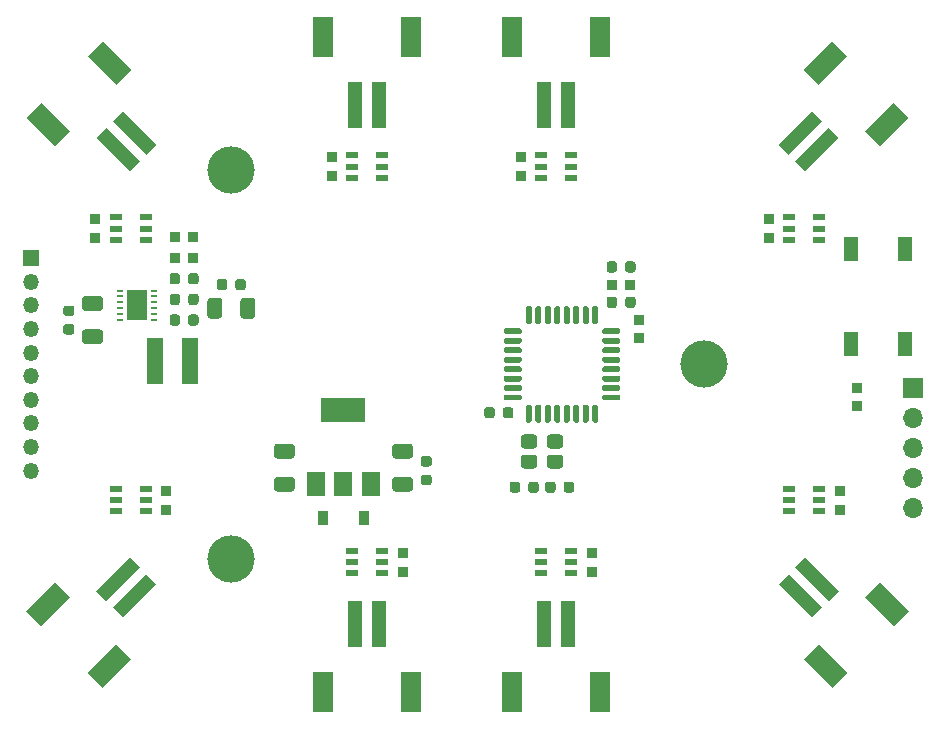
<source format=gbr>
G04 #@! TF.GenerationSoftware,KiCad,Pcbnew,5.1.7-a382d34a8~88~ubuntu20.04.1*
G04 #@! TF.CreationDate,2021-02-09T11:34:01+01:00*
G04 #@! TF.ProjectId,UVDAR_Module,55564441-525f-44d6-9f64-756c652e6b69,rev?*
G04 #@! TF.SameCoordinates,Original*
G04 #@! TF.FileFunction,Soldermask,Top*
G04 #@! TF.FilePolarity,Negative*
%FSLAX46Y46*%
G04 Gerber Fmt 4.6, Leading zero omitted, Abs format (unit mm)*
G04 Created by KiCad (PCBNEW 5.1.7-a382d34a8~88~ubuntu20.04.1) date 2021-02-09 11:34:01*
%MOMM*%
%LPD*%
G01*
G04 APERTURE LIST*
%ADD10C,0.500000*%
%ADD11R,1.700000X2.500000*%
%ADD12R,0.600000X0.250000*%
%ADD13R,0.875000X0.950000*%
%ADD14R,1.400000X4.000000*%
%ADD15R,0.950000X0.875000*%
%ADD16O,1.700000X1.700000*%
%ADD17R,1.700000X1.700000*%
%ADD18R,1.000000X0.550000*%
%ADD19R,1.350000X1.350000*%
%ADD20O,1.350000X1.350000*%
%ADD21C,4.000000*%
%ADD22R,1.200000X2.100000*%
%ADD23R,1.200000X4.000000*%
%ADD24R,1.800000X3.400000*%
%ADD25C,0.100000*%
%ADD26R,0.900000X1.200000*%
%ADD27R,1.500000X2.000000*%
%ADD28R,3.800000X2.000000*%
G04 APERTURE END LIST*
G36*
G01*
X95125000Y-107975000D02*
X93875000Y-107975000D01*
G75*
G02*
X93625000Y-107725000I0J250000D01*
G01*
X93625000Y-106975000D01*
G75*
G02*
X93875000Y-106725000I250000J0D01*
G01*
X95125000Y-106725000D01*
G75*
G02*
X95375000Y-106975000I0J-250000D01*
G01*
X95375000Y-107725000D01*
G75*
G02*
X95125000Y-107975000I-250000J0D01*
G01*
G37*
G36*
G01*
X95125000Y-110775000D02*
X93875000Y-110775000D01*
G75*
G02*
X93625000Y-110525000I0J250000D01*
G01*
X93625000Y-109775000D01*
G75*
G02*
X93875000Y-109525000I250000J0D01*
G01*
X95125000Y-109525000D01*
G75*
G02*
X95375000Y-109775000I0J-250000D01*
G01*
X95375000Y-110525000D01*
G75*
G02*
X95125000Y-110775000I-250000J0D01*
G01*
G37*
G36*
G01*
X85125000Y-107975000D02*
X83875000Y-107975000D01*
G75*
G02*
X83625000Y-107725000I0J250000D01*
G01*
X83625000Y-106975000D01*
G75*
G02*
X83875000Y-106725000I250000J0D01*
G01*
X85125000Y-106725000D01*
G75*
G02*
X85375000Y-106975000I0J-250000D01*
G01*
X85375000Y-107725000D01*
G75*
G02*
X85125000Y-107975000I-250000J0D01*
G01*
G37*
G36*
G01*
X85125000Y-110775000D02*
X83875000Y-110775000D01*
G75*
G02*
X83625000Y-110525000I0J250000D01*
G01*
X83625000Y-109775000D01*
G75*
G02*
X83875000Y-109525000I250000J0D01*
G01*
X85125000Y-109525000D01*
G75*
G02*
X85375000Y-109775000I0J-250000D01*
G01*
X85375000Y-110525000D01*
G75*
G02*
X85125000Y-110775000I-250000J0D01*
G01*
G37*
D10*
X72000000Y-94000000D03*
X72000000Y-96000000D03*
X71500000Y-95000000D03*
X72500000Y-95000000D03*
D11*
X72000000Y-95000000D03*
D12*
X70565000Y-95250000D03*
X70565000Y-93750000D03*
X70565000Y-95750000D03*
X70565000Y-94750000D03*
X70565000Y-96250000D03*
X70565000Y-94250000D03*
X73435000Y-93750000D03*
X73435000Y-94250000D03*
X73435000Y-94750000D03*
X73435000Y-95250000D03*
X73435000Y-95750000D03*
X73435000Y-96250000D03*
D13*
X75212500Y-89250000D03*
X76787500Y-89250000D03*
X76787500Y-91000000D03*
X75212500Y-91000000D03*
D14*
X76500000Y-99750000D03*
X73500000Y-99750000D03*
G36*
G01*
X81225000Y-92993750D02*
X81225000Y-93506250D01*
G75*
G02*
X81006250Y-93725000I-218750J0D01*
G01*
X80568750Y-93725000D01*
G75*
G02*
X80350000Y-93506250I0J218750D01*
G01*
X80350000Y-92993750D01*
G75*
G02*
X80568750Y-92775000I218750J0D01*
G01*
X81006250Y-92775000D01*
G75*
G02*
X81225000Y-92993750I0J-218750D01*
G01*
G37*
G36*
G01*
X79650000Y-92993750D02*
X79650000Y-93506250D01*
G75*
G02*
X79431250Y-93725000I-218750J0D01*
G01*
X78993750Y-93725000D01*
G75*
G02*
X78775000Y-93506250I0J218750D01*
G01*
X78775000Y-92993750D01*
G75*
G02*
X78993750Y-92775000I218750J0D01*
G01*
X79431250Y-92775000D01*
G75*
G02*
X79650000Y-92993750I0J-218750D01*
G01*
G37*
G36*
G01*
X79225000Y-94625000D02*
X79225000Y-95875000D01*
G75*
G02*
X78975000Y-96125000I-250000J0D01*
G01*
X78225000Y-96125000D01*
G75*
G02*
X77975000Y-95875000I0J250000D01*
G01*
X77975000Y-94625000D01*
G75*
G02*
X78225000Y-94375000I250000J0D01*
G01*
X78975000Y-94375000D01*
G75*
G02*
X79225000Y-94625000I0J-250000D01*
G01*
G37*
G36*
G01*
X82025000Y-94625000D02*
X82025000Y-95875000D01*
G75*
G02*
X81775000Y-96125000I-250000J0D01*
G01*
X81025000Y-96125000D01*
G75*
G02*
X80775000Y-95875000I0J250000D01*
G01*
X80775000Y-94625000D01*
G75*
G02*
X81025000Y-94375000I250000J0D01*
G01*
X81775000Y-94375000D01*
G75*
G02*
X82025000Y-94625000I0J-250000D01*
G01*
G37*
G36*
G01*
X77225000Y-92493750D02*
X77225000Y-93006250D01*
G75*
G02*
X77006250Y-93225000I-218750J0D01*
G01*
X76568750Y-93225000D01*
G75*
G02*
X76350000Y-93006250I0J218750D01*
G01*
X76350000Y-92493750D01*
G75*
G02*
X76568750Y-92275000I218750J0D01*
G01*
X77006250Y-92275000D01*
G75*
G02*
X77225000Y-92493750I0J-218750D01*
G01*
G37*
G36*
G01*
X75650000Y-92493750D02*
X75650000Y-93006250D01*
G75*
G02*
X75431250Y-93225000I-218750J0D01*
G01*
X74993750Y-93225000D01*
G75*
G02*
X74775000Y-93006250I0J218750D01*
G01*
X74775000Y-92493750D01*
G75*
G02*
X74993750Y-92275000I218750J0D01*
G01*
X75431250Y-92275000D01*
G75*
G02*
X75650000Y-92493750I0J-218750D01*
G01*
G37*
G36*
G01*
X77225000Y-95993750D02*
X77225000Y-96506250D01*
G75*
G02*
X77006250Y-96725000I-218750J0D01*
G01*
X76568750Y-96725000D01*
G75*
G02*
X76350000Y-96506250I0J218750D01*
G01*
X76350000Y-95993750D01*
G75*
G02*
X76568750Y-95775000I218750J0D01*
G01*
X77006250Y-95775000D01*
G75*
G02*
X77225000Y-95993750I0J-218750D01*
G01*
G37*
G36*
G01*
X75650000Y-95993750D02*
X75650000Y-96506250D01*
G75*
G02*
X75431250Y-96725000I-218750J0D01*
G01*
X74993750Y-96725000D01*
G75*
G02*
X74775000Y-96506250I0J218750D01*
G01*
X74775000Y-95993750D01*
G75*
G02*
X74993750Y-95775000I218750J0D01*
G01*
X75431250Y-95775000D01*
G75*
G02*
X75650000Y-95993750I0J-218750D01*
G01*
G37*
G36*
G01*
X74775000Y-94756250D02*
X74775000Y-94243750D01*
G75*
G02*
X74993750Y-94025000I218750J0D01*
G01*
X75431250Y-94025000D01*
G75*
G02*
X75650000Y-94243750I0J-218750D01*
G01*
X75650000Y-94756250D01*
G75*
G02*
X75431250Y-94975000I-218750J0D01*
G01*
X74993750Y-94975000D01*
G75*
G02*
X74775000Y-94756250I0J218750D01*
G01*
G37*
G36*
G01*
X76350000Y-94756250D02*
X76350000Y-94243750D01*
G75*
G02*
X76568750Y-94025000I218750J0D01*
G01*
X77006250Y-94025000D01*
G75*
G02*
X77225000Y-94243750I0J-218750D01*
G01*
X77225000Y-94756250D01*
G75*
G02*
X77006250Y-94975000I-218750J0D01*
G01*
X76568750Y-94975000D01*
G75*
G02*
X76350000Y-94756250I0J218750D01*
G01*
G37*
G36*
G01*
X65993750Y-95025000D02*
X66506250Y-95025000D01*
G75*
G02*
X66725000Y-95243750I0J-218750D01*
G01*
X66725000Y-95681250D01*
G75*
G02*
X66506250Y-95900000I-218750J0D01*
G01*
X65993750Y-95900000D01*
G75*
G02*
X65775000Y-95681250I0J218750D01*
G01*
X65775000Y-95243750D01*
G75*
G02*
X65993750Y-95025000I218750J0D01*
G01*
G37*
G36*
G01*
X65993750Y-96600000D02*
X66506250Y-96600000D01*
G75*
G02*
X66725000Y-96818750I0J-218750D01*
G01*
X66725000Y-97256250D01*
G75*
G02*
X66506250Y-97475000I-218750J0D01*
G01*
X65993750Y-97475000D01*
G75*
G02*
X65775000Y-97256250I0J218750D01*
G01*
X65775000Y-96818750D01*
G75*
G02*
X65993750Y-96600000I218750J0D01*
G01*
G37*
G36*
G01*
X67625000Y-97025000D02*
X68875000Y-97025000D01*
G75*
G02*
X69125000Y-97275000I0J-250000D01*
G01*
X69125000Y-98025000D01*
G75*
G02*
X68875000Y-98275000I-250000J0D01*
G01*
X67625000Y-98275000D01*
G75*
G02*
X67375000Y-98025000I0J250000D01*
G01*
X67375000Y-97275000D01*
G75*
G02*
X67625000Y-97025000I250000J0D01*
G01*
G37*
G36*
G01*
X67625000Y-94225000D02*
X68875000Y-94225000D01*
G75*
G02*
X69125000Y-94475000I0J-250000D01*
G01*
X69125000Y-95225000D01*
G75*
G02*
X68875000Y-95475000I-250000J0D01*
G01*
X67625000Y-95475000D01*
G75*
G02*
X67375000Y-95225000I0J250000D01*
G01*
X67375000Y-94475000D01*
G75*
G02*
X67625000Y-94225000I250000J0D01*
G01*
G37*
D15*
X114500000Y-97787500D03*
X114500000Y-96212500D03*
X133000000Y-103537500D03*
X133000000Y-101962500D03*
D16*
X137750000Y-112160000D03*
X137750000Y-109620000D03*
X137750000Y-107080000D03*
X137750000Y-104540000D03*
D17*
X137750000Y-102000000D03*
G36*
G01*
X111775000Y-95006250D02*
X111775000Y-94493750D01*
G75*
G02*
X111993750Y-94275000I218750J0D01*
G01*
X112431250Y-94275000D01*
G75*
G02*
X112650000Y-94493750I0J-218750D01*
G01*
X112650000Y-95006250D01*
G75*
G02*
X112431250Y-95225000I-218750J0D01*
G01*
X111993750Y-95225000D01*
G75*
G02*
X111775000Y-95006250I0J218750D01*
G01*
G37*
G36*
G01*
X113350000Y-95006250D02*
X113350000Y-94493750D01*
G75*
G02*
X113568750Y-94275000I218750J0D01*
G01*
X114006250Y-94275000D01*
G75*
G02*
X114225000Y-94493750I0J-218750D01*
G01*
X114225000Y-95006250D01*
G75*
G02*
X114006250Y-95225000I-218750J0D01*
G01*
X113568750Y-95225000D01*
G75*
G02*
X113350000Y-95006250I0J218750D01*
G01*
G37*
D18*
X72800000Y-89450000D03*
X72800000Y-88500000D03*
X72800000Y-87550000D03*
X70200000Y-87550000D03*
X70200000Y-88500000D03*
X70200000Y-89450000D03*
D15*
X68500000Y-87712500D03*
X68500000Y-89287500D03*
D18*
X127200000Y-110550000D03*
X127200000Y-111500000D03*
X127200000Y-112450000D03*
X129800000Y-112450000D03*
X129800000Y-111500000D03*
X129800000Y-110550000D03*
D15*
X131500000Y-112287500D03*
X131500000Y-110712500D03*
D18*
X129800000Y-89450000D03*
X129800000Y-88500000D03*
X129800000Y-87550000D03*
X127200000Y-87550000D03*
X127200000Y-88500000D03*
X127200000Y-89450000D03*
D15*
X125500000Y-87712500D03*
X125500000Y-89287500D03*
D18*
X90200000Y-84200000D03*
X90200000Y-83250000D03*
X90200000Y-82300000D03*
X92800000Y-82300000D03*
X92800000Y-83250000D03*
X92800000Y-84200000D03*
D15*
X88500000Y-84037500D03*
X88500000Y-82462500D03*
D18*
X106200000Y-84200000D03*
X106200000Y-83250000D03*
X106200000Y-82300000D03*
X108800000Y-82300000D03*
X108800000Y-83250000D03*
X108800000Y-84200000D03*
D15*
X104500000Y-84037500D03*
X104500000Y-82462500D03*
D18*
X108800000Y-115800000D03*
X108800000Y-116750000D03*
X108800000Y-117700000D03*
X106200000Y-117700000D03*
X106200000Y-116750000D03*
X106200000Y-115800000D03*
D15*
X110500000Y-115962500D03*
X110500000Y-117537500D03*
D18*
X90200000Y-115800000D03*
X90200000Y-116750000D03*
X90200000Y-117700000D03*
X92800000Y-117700000D03*
X92800000Y-116750000D03*
X92800000Y-115800000D03*
D15*
X94500000Y-117537500D03*
X94500000Y-115962500D03*
D19*
X63000000Y-91000000D03*
D20*
X63000000Y-93000000D03*
X63000000Y-95000000D03*
X63000000Y-97000000D03*
X63000000Y-99000000D03*
X63000000Y-101000000D03*
X63000000Y-103000000D03*
X63000000Y-105000000D03*
X63000000Y-107000000D03*
X63000000Y-109000000D03*
D21*
X120000000Y-100000000D03*
X80000000Y-116500000D03*
X80000000Y-83500000D03*
D13*
X113787500Y-93250000D03*
X112212500Y-93250000D03*
D22*
X132500000Y-98250000D03*
X137000000Y-98250000D03*
X132500000Y-90250000D03*
X137000000Y-90250000D03*
G36*
G01*
X113350000Y-92006250D02*
X113350000Y-91493750D01*
G75*
G02*
X113568750Y-91275000I218750J0D01*
G01*
X114006250Y-91275000D01*
G75*
G02*
X114225000Y-91493750I0J-218750D01*
G01*
X114225000Y-92006250D01*
G75*
G02*
X114006250Y-92225000I-218750J0D01*
G01*
X113568750Y-92225000D01*
G75*
G02*
X113350000Y-92006250I0J218750D01*
G01*
G37*
G36*
G01*
X111775000Y-92006250D02*
X111775000Y-91493750D01*
G75*
G02*
X111993750Y-91275000I218750J0D01*
G01*
X112431250Y-91275000D01*
G75*
G02*
X112650000Y-91493750I0J-218750D01*
G01*
X112650000Y-92006250D01*
G75*
G02*
X112431250Y-92225000I-218750J0D01*
G01*
X111993750Y-92225000D01*
G75*
G02*
X111775000Y-92006250I0J218750D01*
G01*
G37*
G36*
G01*
X96756250Y-110225000D02*
X96243750Y-110225000D01*
G75*
G02*
X96025000Y-110006250I0J218750D01*
G01*
X96025000Y-109568750D01*
G75*
G02*
X96243750Y-109350000I218750J0D01*
G01*
X96756250Y-109350000D01*
G75*
G02*
X96975000Y-109568750I0J-218750D01*
G01*
X96975000Y-110006250D01*
G75*
G02*
X96756250Y-110225000I-218750J0D01*
G01*
G37*
G36*
G01*
X96756250Y-108650000D02*
X96243750Y-108650000D01*
G75*
G02*
X96025000Y-108431250I0J218750D01*
G01*
X96025000Y-107993750D01*
G75*
G02*
X96243750Y-107775000I218750J0D01*
G01*
X96756250Y-107775000D01*
G75*
G02*
X96975000Y-107993750I0J-218750D01*
G01*
X96975000Y-108431250D01*
G75*
G02*
X96756250Y-108650000I-218750J0D01*
G01*
G37*
G36*
G01*
X109025000Y-110143750D02*
X109025000Y-110656250D01*
G75*
G02*
X108806250Y-110875000I-218750J0D01*
G01*
X108368750Y-110875000D01*
G75*
G02*
X108150000Y-110656250I0J218750D01*
G01*
X108150000Y-110143750D01*
G75*
G02*
X108368750Y-109925000I218750J0D01*
G01*
X108806250Y-109925000D01*
G75*
G02*
X109025000Y-110143750I0J-218750D01*
G01*
G37*
G36*
G01*
X107450000Y-110143750D02*
X107450000Y-110656250D01*
G75*
G02*
X107231250Y-110875000I-218750J0D01*
G01*
X106793750Y-110875000D01*
G75*
G02*
X106575000Y-110656250I0J218750D01*
G01*
X106575000Y-110143750D01*
G75*
G02*
X106793750Y-109925000I218750J0D01*
G01*
X107231250Y-109925000D01*
G75*
G02*
X107450000Y-110143750I0J-218750D01*
G01*
G37*
G36*
G01*
X106025000Y-110143750D02*
X106025000Y-110656250D01*
G75*
G02*
X105806250Y-110875000I-218750J0D01*
G01*
X105368750Y-110875000D01*
G75*
G02*
X105150000Y-110656250I0J218750D01*
G01*
X105150000Y-110143750D01*
G75*
G02*
X105368750Y-109925000I218750J0D01*
G01*
X105806250Y-109925000D01*
G75*
G02*
X106025000Y-110143750I0J-218750D01*
G01*
G37*
G36*
G01*
X104450000Y-110143750D02*
X104450000Y-110656250D01*
G75*
G02*
X104231250Y-110875000I-218750J0D01*
G01*
X103793750Y-110875000D01*
G75*
G02*
X103575000Y-110656250I0J218750D01*
G01*
X103575000Y-110143750D01*
G75*
G02*
X103793750Y-109925000I218750J0D01*
G01*
X104231250Y-109925000D01*
G75*
G02*
X104450000Y-110143750I0J-218750D01*
G01*
G37*
G36*
G01*
X103875000Y-103843750D02*
X103875000Y-104356250D01*
G75*
G02*
X103656250Y-104575000I-218750J0D01*
G01*
X103218750Y-104575000D01*
G75*
G02*
X103000000Y-104356250I0J218750D01*
G01*
X103000000Y-103843750D01*
G75*
G02*
X103218750Y-103625000I218750J0D01*
G01*
X103656250Y-103625000D01*
G75*
G02*
X103875000Y-103843750I0J-218750D01*
G01*
G37*
G36*
G01*
X102300000Y-103843750D02*
X102300000Y-104356250D01*
G75*
G02*
X102081250Y-104575000I-218750J0D01*
G01*
X101643750Y-104575000D01*
G75*
G02*
X101425000Y-104356250I0J218750D01*
G01*
X101425000Y-103843750D01*
G75*
G02*
X101643750Y-103625000I218750J0D01*
G01*
X102081250Y-103625000D01*
G75*
G02*
X102300000Y-103843750I0J-218750D01*
G01*
G37*
D15*
X74500000Y-110712500D03*
X74500000Y-112287500D03*
G36*
G01*
X104450000Y-103050000D02*
X103200000Y-103050000D01*
G75*
G02*
X103075000Y-102925000I0J125000D01*
G01*
X103075000Y-102675000D01*
G75*
G02*
X103200000Y-102550000I125000J0D01*
G01*
X104450000Y-102550000D01*
G75*
G02*
X104575000Y-102675000I0J-125000D01*
G01*
X104575000Y-102925000D01*
G75*
G02*
X104450000Y-103050000I-125000J0D01*
G01*
G37*
G36*
G01*
X104450000Y-102250000D02*
X103200000Y-102250000D01*
G75*
G02*
X103075000Y-102125000I0J125000D01*
G01*
X103075000Y-101875000D01*
G75*
G02*
X103200000Y-101750000I125000J0D01*
G01*
X104450000Y-101750000D01*
G75*
G02*
X104575000Y-101875000I0J-125000D01*
G01*
X104575000Y-102125000D01*
G75*
G02*
X104450000Y-102250000I-125000J0D01*
G01*
G37*
G36*
G01*
X104450000Y-101450000D02*
X103200000Y-101450000D01*
G75*
G02*
X103075000Y-101325000I0J125000D01*
G01*
X103075000Y-101075000D01*
G75*
G02*
X103200000Y-100950000I125000J0D01*
G01*
X104450000Y-100950000D01*
G75*
G02*
X104575000Y-101075000I0J-125000D01*
G01*
X104575000Y-101325000D01*
G75*
G02*
X104450000Y-101450000I-125000J0D01*
G01*
G37*
G36*
G01*
X104450000Y-100650000D02*
X103200000Y-100650000D01*
G75*
G02*
X103075000Y-100525000I0J125000D01*
G01*
X103075000Y-100275000D01*
G75*
G02*
X103200000Y-100150000I125000J0D01*
G01*
X104450000Y-100150000D01*
G75*
G02*
X104575000Y-100275000I0J-125000D01*
G01*
X104575000Y-100525000D01*
G75*
G02*
X104450000Y-100650000I-125000J0D01*
G01*
G37*
G36*
G01*
X104450000Y-99850000D02*
X103200000Y-99850000D01*
G75*
G02*
X103075000Y-99725000I0J125000D01*
G01*
X103075000Y-99475000D01*
G75*
G02*
X103200000Y-99350000I125000J0D01*
G01*
X104450000Y-99350000D01*
G75*
G02*
X104575000Y-99475000I0J-125000D01*
G01*
X104575000Y-99725000D01*
G75*
G02*
X104450000Y-99850000I-125000J0D01*
G01*
G37*
G36*
G01*
X104450000Y-99050000D02*
X103200000Y-99050000D01*
G75*
G02*
X103075000Y-98925000I0J125000D01*
G01*
X103075000Y-98675000D01*
G75*
G02*
X103200000Y-98550000I125000J0D01*
G01*
X104450000Y-98550000D01*
G75*
G02*
X104575000Y-98675000I0J-125000D01*
G01*
X104575000Y-98925000D01*
G75*
G02*
X104450000Y-99050000I-125000J0D01*
G01*
G37*
G36*
G01*
X104450000Y-98250000D02*
X103200000Y-98250000D01*
G75*
G02*
X103075000Y-98125000I0J125000D01*
G01*
X103075000Y-97875000D01*
G75*
G02*
X103200000Y-97750000I125000J0D01*
G01*
X104450000Y-97750000D01*
G75*
G02*
X104575000Y-97875000I0J-125000D01*
G01*
X104575000Y-98125000D01*
G75*
G02*
X104450000Y-98250000I-125000J0D01*
G01*
G37*
G36*
G01*
X104450000Y-97450000D02*
X103200000Y-97450000D01*
G75*
G02*
X103075000Y-97325000I0J125000D01*
G01*
X103075000Y-97075000D01*
G75*
G02*
X103200000Y-96950000I125000J0D01*
G01*
X104450000Y-96950000D01*
G75*
G02*
X104575000Y-97075000I0J-125000D01*
G01*
X104575000Y-97325000D01*
G75*
G02*
X104450000Y-97450000I-125000J0D01*
G01*
G37*
G36*
G01*
X105325000Y-96575000D02*
X105075000Y-96575000D01*
G75*
G02*
X104950000Y-96450000I0J125000D01*
G01*
X104950000Y-95200000D01*
G75*
G02*
X105075000Y-95075000I125000J0D01*
G01*
X105325000Y-95075000D01*
G75*
G02*
X105450000Y-95200000I0J-125000D01*
G01*
X105450000Y-96450000D01*
G75*
G02*
X105325000Y-96575000I-125000J0D01*
G01*
G37*
G36*
G01*
X106125000Y-96575000D02*
X105875000Y-96575000D01*
G75*
G02*
X105750000Y-96450000I0J125000D01*
G01*
X105750000Y-95200000D01*
G75*
G02*
X105875000Y-95075000I125000J0D01*
G01*
X106125000Y-95075000D01*
G75*
G02*
X106250000Y-95200000I0J-125000D01*
G01*
X106250000Y-96450000D01*
G75*
G02*
X106125000Y-96575000I-125000J0D01*
G01*
G37*
G36*
G01*
X106925000Y-96575000D02*
X106675000Y-96575000D01*
G75*
G02*
X106550000Y-96450000I0J125000D01*
G01*
X106550000Y-95200000D01*
G75*
G02*
X106675000Y-95075000I125000J0D01*
G01*
X106925000Y-95075000D01*
G75*
G02*
X107050000Y-95200000I0J-125000D01*
G01*
X107050000Y-96450000D01*
G75*
G02*
X106925000Y-96575000I-125000J0D01*
G01*
G37*
G36*
G01*
X107725000Y-96575000D02*
X107475000Y-96575000D01*
G75*
G02*
X107350000Y-96450000I0J125000D01*
G01*
X107350000Y-95200000D01*
G75*
G02*
X107475000Y-95075000I125000J0D01*
G01*
X107725000Y-95075000D01*
G75*
G02*
X107850000Y-95200000I0J-125000D01*
G01*
X107850000Y-96450000D01*
G75*
G02*
X107725000Y-96575000I-125000J0D01*
G01*
G37*
G36*
G01*
X108525000Y-96575000D02*
X108275000Y-96575000D01*
G75*
G02*
X108150000Y-96450000I0J125000D01*
G01*
X108150000Y-95200000D01*
G75*
G02*
X108275000Y-95075000I125000J0D01*
G01*
X108525000Y-95075000D01*
G75*
G02*
X108650000Y-95200000I0J-125000D01*
G01*
X108650000Y-96450000D01*
G75*
G02*
X108525000Y-96575000I-125000J0D01*
G01*
G37*
G36*
G01*
X109325000Y-96575000D02*
X109075000Y-96575000D01*
G75*
G02*
X108950000Y-96450000I0J125000D01*
G01*
X108950000Y-95200000D01*
G75*
G02*
X109075000Y-95075000I125000J0D01*
G01*
X109325000Y-95075000D01*
G75*
G02*
X109450000Y-95200000I0J-125000D01*
G01*
X109450000Y-96450000D01*
G75*
G02*
X109325000Y-96575000I-125000J0D01*
G01*
G37*
G36*
G01*
X110125000Y-96575000D02*
X109875000Y-96575000D01*
G75*
G02*
X109750000Y-96450000I0J125000D01*
G01*
X109750000Y-95200000D01*
G75*
G02*
X109875000Y-95075000I125000J0D01*
G01*
X110125000Y-95075000D01*
G75*
G02*
X110250000Y-95200000I0J-125000D01*
G01*
X110250000Y-96450000D01*
G75*
G02*
X110125000Y-96575000I-125000J0D01*
G01*
G37*
G36*
G01*
X110925000Y-96575000D02*
X110675000Y-96575000D01*
G75*
G02*
X110550000Y-96450000I0J125000D01*
G01*
X110550000Y-95200000D01*
G75*
G02*
X110675000Y-95075000I125000J0D01*
G01*
X110925000Y-95075000D01*
G75*
G02*
X111050000Y-95200000I0J-125000D01*
G01*
X111050000Y-96450000D01*
G75*
G02*
X110925000Y-96575000I-125000J0D01*
G01*
G37*
G36*
G01*
X112800000Y-97450000D02*
X111550000Y-97450000D01*
G75*
G02*
X111425000Y-97325000I0J125000D01*
G01*
X111425000Y-97075000D01*
G75*
G02*
X111550000Y-96950000I125000J0D01*
G01*
X112800000Y-96950000D01*
G75*
G02*
X112925000Y-97075000I0J-125000D01*
G01*
X112925000Y-97325000D01*
G75*
G02*
X112800000Y-97450000I-125000J0D01*
G01*
G37*
G36*
G01*
X112800000Y-98250000D02*
X111550000Y-98250000D01*
G75*
G02*
X111425000Y-98125000I0J125000D01*
G01*
X111425000Y-97875000D01*
G75*
G02*
X111550000Y-97750000I125000J0D01*
G01*
X112800000Y-97750000D01*
G75*
G02*
X112925000Y-97875000I0J-125000D01*
G01*
X112925000Y-98125000D01*
G75*
G02*
X112800000Y-98250000I-125000J0D01*
G01*
G37*
G36*
G01*
X112800000Y-99050000D02*
X111550000Y-99050000D01*
G75*
G02*
X111425000Y-98925000I0J125000D01*
G01*
X111425000Y-98675000D01*
G75*
G02*
X111550000Y-98550000I125000J0D01*
G01*
X112800000Y-98550000D01*
G75*
G02*
X112925000Y-98675000I0J-125000D01*
G01*
X112925000Y-98925000D01*
G75*
G02*
X112800000Y-99050000I-125000J0D01*
G01*
G37*
G36*
G01*
X112800000Y-99850000D02*
X111550000Y-99850000D01*
G75*
G02*
X111425000Y-99725000I0J125000D01*
G01*
X111425000Y-99475000D01*
G75*
G02*
X111550000Y-99350000I125000J0D01*
G01*
X112800000Y-99350000D01*
G75*
G02*
X112925000Y-99475000I0J-125000D01*
G01*
X112925000Y-99725000D01*
G75*
G02*
X112800000Y-99850000I-125000J0D01*
G01*
G37*
G36*
G01*
X112800000Y-100650000D02*
X111550000Y-100650000D01*
G75*
G02*
X111425000Y-100525000I0J125000D01*
G01*
X111425000Y-100275000D01*
G75*
G02*
X111550000Y-100150000I125000J0D01*
G01*
X112800000Y-100150000D01*
G75*
G02*
X112925000Y-100275000I0J-125000D01*
G01*
X112925000Y-100525000D01*
G75*
G02*
X112800000Y-100650000I-125000J0D01*
G01*
G37*
G36*
G01*
X112800000Y-101450000D02*
X111550000Y-101450000D01*
G75*
G02*
X111425000Y-101325000I0J125000D01*
G01*
X111425000Y-101075000D01*
G75*
G02*
X111550000Y-100950000I125000J0D01*
G01*
X112800000Y-100950000D01*
G75*
G02*
X112925000Y-101075000I0J-125000D01*
G01*
X112925000Y-101325000D01*
G75*
G02*
X112800000Y-101450000I-125000J0D01*
G01*
G37*
G36*
G01*
X112800000Y-102250000D02*
X111550000Y-102250000D01*
G75*
G02*
X111425000Y-102125000I0J125000D01*
G01*
X111425000Y-101875000D01*
G75*
G02*
X111550000Y-101750000I125000J0D01*
G01*
X112800000Y-101750000D01*
G75*
G02*
X112925000Y-101875000I0J-125000D01*
G01*
X112925000Y-102125000D01*
G75*
G02*
X112800000Y-102250000I-125000J0D01*
G01*
G37*
G36*
G01*
X112800000Y-103050000D02*
X111550000Y-103050000D01*
G75*
G02*
X111425000Y-102925000I0J125000D01*
G01*
X111425000Y-102675000D01*
G75*
G02*
X111550000Y-102550000I125000J0D01*
G01*
X112800000Y-102550000D01*
G75*
G02*
X112925000Y-102675000I0J-125000D01*
G01*
X112925000Y-102925000D01*
G75*
G02*
X112800000Y-103050000I-125000J0D01*
G01*
G37*
G36*
G01*
X110925000Y-104925000D02*
X110675000Y-104925000D01*
G75*
G02*
X110550000Y-104800000I0J125000D01*
G01*
X110550000Y-103550000D01*
G75*
G02*
X110675000Y-103425000I125000J0D01*
G01*
X110925000Y-103425000D01*
G75*
G02*
X111050000Y-103550000I0J-125000D01*
G01*
X111050000Y-104800000D01*
G75*
G02*
X110925000Y-104925000I-125000J0D01*
G01*
G37*
G36*
G01*
X110125000Y-104925000D02*
X109875000Y-104925000D01*
G75*
G02*
X109750000Y-104800000I0J125000D01*
G01*
X109750000Y-103550000D01*
G75*
G02*
X109875000Y-103425000I125000J0D01*
G01*
X110125000Y-103425000D01*
G75*
G02*
X110250000Y-103550000I0J-125000D01*
G01*
X110250000Y-104800000D01*
G75*
G02*
X110125000Y-104925000I-125000J0D01*
G01*
G37*
G36*
G01*
X109325000Y-104925000D02*
X109075000Y-104925000D01*
G75*
G02*
X108950000Y-104800000I0J125000D01*
G01*
X108950000Y-103550000D01*
G75*
G02*
X109075000Y-103425000I125000J0D01*
G01*
X109325000Y-103425000D01*
G75*
G02*
X109450000Y-103550000I0J-125000D01*
G01*
X109450000Y-104800000D01*
G75*
G02*
X109325000Y-104925000I-125000J0D01*
G01*
G37*
G36*
G01*
X108525000Y-104925000D02*
X108275000Y-104925000D01*
G75*
G02*
X108150000Y-104800000I0J125000D01*
G01*
X108150000Y-103550000D01*
G75*
G02*
X108275000Y-103425000I125000J0D01*
G01*
X108525000Y-103425000D01*
G75*
G02*
X108650000Y-103550000I0J-125000D01*
G01*
X108650000Y-104800000D01*
G75*
G02*
X108525000Y-104925000I-125000J0D01*
G01*
G37*
G36*
G01*
X107725000Y-104925000D02*
X107475000Y-104925000D01*
G75*
G02*
X107350000Y-104800000I0J125000D01*
G01*
X107350000Y-103550000D01*
G75*
G02*
X107475000Y-103425000I125000J0D01*
G01*
X107725000Y-103425000D01*
G75*
G02*
X107850000Y-103550000I0J-125000D01*
G01*
X107850000Y-104800000D01*
G75*
G02*
X107725000Y-104925000I-125000J0D01*
G01*
G37*
G36*
G01*
X106925000Y-104925000D02*
X106675000Y-104925000D01*
G75*
G02*
X106550000Y-104800000I0J125000D01*
G01*
X106550000Y-103550000D01*
G75*
G02*
X106675000Y-103425000I125000J0D01*
G01*
X106925000Y-103425000D01*
G75*
G02*
X107050000Y-103550000I0J-125000D01*
G01*
X107050000Y-104800000D01*
G75*
G02*
X106925000Y-104925000I-125000J0D01*
G01*
G37*
G36*
G01*
X106125000Y-104925000D02*
X105875000Y-104925000D01*
G75*
G02*
X105750000Y-104800000I0J125000D01*
G01*
X105750000Y-103550000D01*
G75*
G02*
X105875000Y-103425000I125000J0D01*
G01*
X106125000Y-103425000D01*
G75*
G02*
X106250000Y-103550000I0J-125000D01*
G01*
X106250000Y-104800000D01*
G75*
G02*
X106125000Y-104925000I-125000J0D01*
G01*
G37*
G36*
G01*
X105325000Y-104925000D02*
X105075000Y-104925000D01*
G75*
G02*
X104950000Y-104800000I0J125000D01*
G01*
X104950000Y-103550000D01*
G75*
G02*
X105075000Y-103425000I125000J0D01*
G01*
X105325000Y-103425000D01*
G75*
G02*
X105450000Y-103550000I0J-125000D01*
G01*
X105450000Y-104800000D01*
G75*
G02*
X105325000Y-104925000I-125000J0D01*
G01*
G37*
D23*
X92500000Y-78000000D03*
X90500000Y-78000000D03*
D24*
X95200000Y-72300000D03*
X87800000Y-72300000D03*
D23*
X108500000Y-78000000D03*
X106500000Y-78000000D03*
D24*
X111200000Y-72300000D03*
X103800000Y-72300000D03*
D23*
X106500000Y-122000000D03*
X108500000Y-122000000D03*
D24*
X103800000Y-127700000D03*
X111200000Y-127700000D03*
D23*
X90500000Y-122000000D03*
X92500000Y-122000000D03*
D24*
X87800000Y-127700000D03*
X95200000Y-127700000D03*
D25*
G36*
X127747308Y-82818376D02*
G01*
X130575735Y-79989949D01*
X131424264Y-80838478D01*
X128595837Y-83666905D01*
X127747308Y-82818376D01*
G37*
G36*
X126333095Y-81404163D02*
G01*
X129161522Y-78575736D01*
X130010051Y-79424265D01*
X127181624Y-82252692D01*
X126333095Y-81404163D01*
G37*
G36*
X133687005Y-80272792D02*
G01*
X136091168Y-77868629D01*
X137363961Y-79141422D01*
X134959798Y-81545585D01*
X133687005Y-80272792D01*
G37*
G36*
X128454415Y-75040202D02*
G01*
X130858578Y-72636039D01*
X132131371Y-73908832D01*
X129727208Y-76312995D01*
X128454415Y-75040202D01*
G37*
G36*
X127181624Y-117747308D02*
G01*
X130010051Y-120575735D01*
X129161522Y-121424264D01*
X126333095Y-118595837D01*
X127181624Y-117747308D01*
G37*
G36*
X128595837Y-116333095D02*
G01*
X131424264Y-119161522D01*
X130575735Y-120010051D01*
X127747308Y-117181624D01*
X128595837Y-116333095D01*
G37*
G36*
X129727208Y-123687005D02*
G01*
X132131371Y-126091168D01*
X130858578Y-127363961D01*
X128454415Y-124959798D01*
X129727208Y-123687005D01*
G37*
G36*
X134959798Y-118454415D02*
G01*
X137363961Y-120858578D01*
X136091168Y-122131371D01*
X133687005Y-119727208D01*
X134959798Y-118454415D01*
G37*
G36*
X72252692Y-117181624D02*
G01*
X69424265Y-120010051D01*
X68575736Y-119161522D01*
X71404163Y-116333095D01*
X72252692Y-117181624D01*
G37*
G36*
X73666905Y-118595837D02*
G01*
X70838478Y-121424264D01*
X69989949Y-120575735D01*
X72818376Y-117747308D01*
X73666905Y-118595837D01*
G37*
G36*
X66312995Y-119727208D02*
G01*
X63908832Y-122131371D01*
X62636039Y-120858578D01*
X65040202Y-118454415D01*
X66312995Y-119727208D01*
G37*
G36*
X71545585Y-124959798D02*
G01*
X69141422Y-127363961D01*
X67868629Y-126091168D01*
X70272792Y-123687005D01*
X71545585Y-124959798D01*
G37*
G36*
X72818376Y-82252692D02*
G01*
X69989949Y-79424265D01*
X70838478Y-78575736D01*
X73666905Y-81404163D01*
X72818376Y-82252692D01*
G37*
G36*
X71404163Y-83666905D02*
G01*
X68575736Y-80838478D01*
X69424265Y-79989949D01*
X72252692Y-82818376D01*
X71404163Y-83666905D01*
G37*
G36*
X70272792Y-76312995D02*
G01*
X67868629Y-73908832D01*
X69141422Y-72636039D01*
X71545585Y-75040202D01*
X70272792Y-76312995D01*
G37*
G36*
X65040202Y-81545585D02*
G01*
X62636039Y-79141422D01*
X63908832Y-77868629D01*
X66312995Y-80272792D01*
X65040202Y-81545585D01*
G37*
D26*
X91200000Y-113000000D03*
X87800000Y-113000000D03*
D27*
X87200000Y-110150000D03*
X91800000Y-110150000D03*
X89500000Y-110150000D03*
D28*
X89500000Y-103850000D03*
D18*
X72800000Y-110550000D03*
X72800000Y-111500000D03*
X72800000Y-112450000D03*
X70200000Y-112450000D03*
X70200000Y-111500000D03*
X70200000Y-110550000D03*
G36*
G01*
X104500000Y-106830000D02*
X104500000Y-106230000D01*
G75*
G02*
X104800000Y-105930000I300000J0D01*
G01*
X105600000Y-105930000D01*
G75*
G02*
X105900000Y-106230000I0J-300000D01*
G01*
X105900000Y-106830000D01*
G75*
G02*
X105600000Y-107130000I-300000J0D01*
G01*
X104800000Y-107130000D01*
G75*
G02*
X104500000Y-106830000I0J300000D01*
G01*
G37*
G36*
G01*
X106700000Y-106830000D02*
X106700000Y-106230000D01*
G75*
G02*
X107000000Y-105930000I300000J0D01*
G01*
X107800000Y-105930000D01*
G75*
G02*
X108100000Y-106230000I0J-300000D01*
G01*
X108100000Y-106830000D01*
G75*
G02*
X107800000Y-107130000I-300000J0D01*
G01*
X107000000Y-107130000D01*
G75*
G02*
X106700000Y-106830000I0J300000D01*
G01*
G37*
G36*
G01*
X106700000Y-108530000D02*
X106700000Y-107930000D01*
G75*
G02*
X107000000Y-107630000I300000J0D01*
G01*
X107800000Y-107630000D01*
G75*
G02*
X108100000Y-107930000I0J-300000D01*
G01*
X108100000Y-108530000D01*
G75*
G02*
X107800000Y-108830000I-300000J0D01*
G01*
X107000000Y-108830000D01*
G75*
G02*
X106700000Y-108530000I0J300000D01*
G01*
G37*
G36*
G01*
X104500000Y-108530000D02*
X104500000Y-107930000D01*
G75*
G02*
X104800000Y-107630000I300000J0D01*
G01*
X105600000Y-107630000D01*
G75*
G02*
X105900000Y-107930000I0J-300000D01*
G01*
X105900000Y-108530000D01*
G75*
G02*
X105600000Y-108830000I-300000J0D01*
G01*
X104800000Y-108830000D01*
G75*
G02*
X104500000Y-108530000I0J300000D01*
G01*
G37*
M02*

</source>
